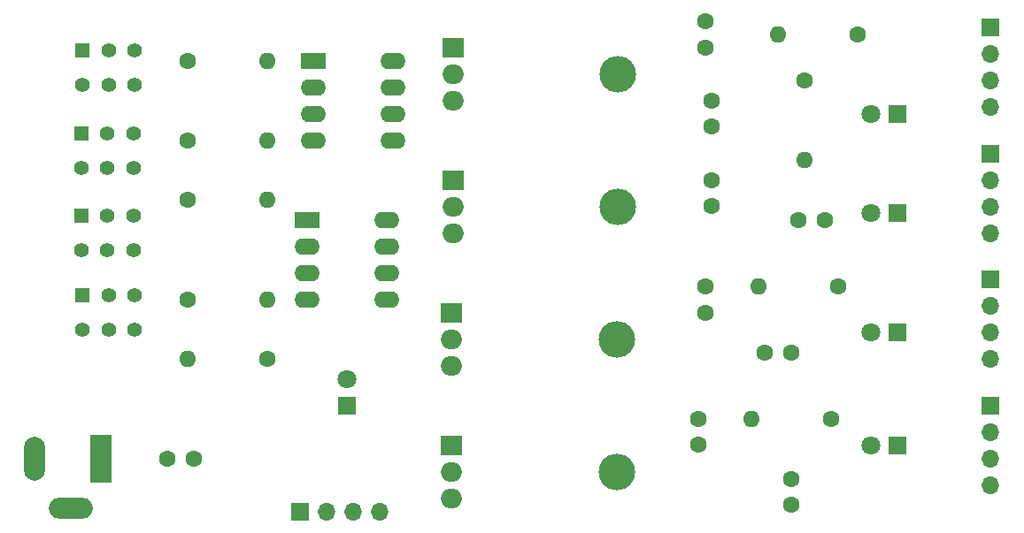
<source format=gbr>
%TF.GenerationSoftware,KiCad,Pcbnew,(6.0.7-1)-1*%
%TF.CreationDate,2022-11-07T13:48:13-05:00*%
%TF.ProjectId,BasicPowerSupply,42617369-6350-46f7-9765-72537570706c,rev?*%
%TF.SameCoordinates,Original*%
%TF.FileFunction,Soldermask,Bot*%
%TF.FilePolarity,Negative*%
%FSLAX46Y46*%
G04 Gerber Fmt 4.6, Leading zero omitted, Abs format (unit mm)*
G04 Created by KiCad (PCBNEW (6.0.7-1)-1) date 2022-11-07 13:48:13*
%MOMM*%
%LPD*%
G01*
G04 APERTURE LIST*
%ADD10C,1.600000*%
%ADD11O,1.600000X1.600000*%
%ADD12O,3.500000X3.500000*%
%ADD13R,2.000000X1.905000*%
%ADD14O,2.000000X1.905000*%
%ADD15R,1.400000X1.400000*%
%ADD16C,1.400000*%
%ADD17R,1.700000X1.700000*%
%ADD18O,1.700000X1.700000*%
%ADD19R,1.800000X1.800000*%
%ADD20C,1.800000*%
%ADD21R,2.000000X4.600000*%
%ADD22O,2.000000X4.200000*%
%ADD23O,4.200000X2.000000*%
%ADD24R,2.400000X1.600000*%
%ADD25O,2.400000X1.600000*%
G04 APERTURE END LIST*
D10*
%TO.C,R7*%
X118110000Y-73025000D03*
D11*
X125730000Y-73025000D03*
%TD*%
D10*
%TO.C,C6*%
X168275000Y-76855000D03*
X168275000Y-79355000D03*
%TD*%
D12*
%TO.C,U2*%
X159150000Y-112395000D03*
D13*
X143350000Y-109855000D03*
D14*
X143350000Y-112395000D03*
X143350000Y-114935000D03*
%TD*%
D15*
%TO.C,SW4*%
X108082500Y-72010000D03*
D16*
X110582500Y-72010000D03*
X113082500Y-72010000D03*
X108082500Y-75310000D03*
X110582500Y-75310000D03*
X113082500Y-75310000D03*
%TD*%
D10*
%TO.C,C5*%
X167005000Y-107315000D03*
X167005000Y-109815000D03*
%TD*%
D17*
%TO.C,J3*%
X194945000Y-106045000D03*
D18*
X194945000Y-108585000D03*
X194945000Y-111125000D03*
X194945000Y-113665000D03*
%TD*%
D19*
%TO.C,LED1*%
X133350000Y-106050000D03*
D20*
X133350000Y-103510000D03*
%TD*%
D12*
%TO.C,U1*%
X159150000Y-99695000D03*
D13*
X143350000Y-97155000D03*
D14*
X143350000Y-99695000D03*
X143350000Y-102235000D03*
%TD*%
D17*
%TO.C,J2*%
X194945000Y-93980000D03*
D18*
X194945000Y-96520000D03*
X194945000Y-99060000D03*
X194945000Y-101600000D03*
%TD*%
D17*
%TO.C,J6*%
X128915000Y-116205000D03*
D18*
X131455000Y-116205000D03*
X133995000Y-116205000D03*
X136535000Y-116205000D03*
%TD*%
D10*
%TO.C,R8*%
X182245000Y-70485000D03*
D11*
X174625000Y-70485000D03*
%TD*%
D10*
%TO.C,R4*%
X180340000Y-94615000D03*
D11*
X172720000Y-94615000D03*
%TD*%
D21*
%TO.C,J1*%
X109805000Y-111125000D03*
D22*
X103505000Y-111125000D03*
D23*
X106905000Y-115925000D03*
%TD*%
D15*
%TO.C,SW3*%
X107950000Y-80010000D03*
D16*
X110450000Y-80010000D03*
X112950000Y-80010000D03*
X107950000Y-83310000D03*
X110450000Y-83310000D03*
X112950000Y-83310000D03*
%TD*%
D10*
%TO.C,C7*%
X176550000Y-88265000D03*
X179050000Y-88265000D03*
%TD*%
D17*
%TO.C,J5*%
X194945000Y-81925000D03*
D18*
X194945000Y-84465000D03*
X194945000Y-87005000D03*
X194945000Y-89545000D03*
%TD*%
D24*
%TO.C,OC1*%
X129525000Y-88275000D03*
D25*
X129525000Y-90815000D03*
X129525000Y-93355000D03*
X129525000Y-95895000D03*
X137145000Y-95895000D03*
X137145000Y-93355000D03*
X137145000Y-90815000D03*
X137145000Y-88275000D03*
%TD*%
D12*
%TO.C,U3*%
X159310000Y-74295000D03*
D13*
X143510000Y-71755000D03*
D14*
X143510000Y-74295000D03*
X143510000Y-76835000D03*
%TD*%
D12*
%TO.C,U4*%
X159310000Y-86995000D03*
D13*
X143510000Y-84455000D03*
D14*
X143510000Y-86995000D03*
X143510000Y-89535000D03*
%TD*%
D10*
%TO.C,C3*%
X175895000Y-115570000D03*
X175895000Y-113070000D03*
%TD*%
D17*
%TO.C,J4*%
X194945000Y-69860000D03*
D18*
X194945000Y-72400000D03*
X194945000Y-74940000D03*
X194945000Y-77480000D03*
%TD*%
D19*
%TO.C,LED4*%
X186055000Y-78105000D03*
D20*
X183515000Y-78105000D03*
%TD*%
D10*
%TO.C,R5*%
X179705000Y-107315000D03*
D11*
X172085000Y-107315000D03*
%TD*%
D10*
%TO.C,R6*%
X118110000Y-80645000D03*
D11*
X125730000Y-80645000D03*
%TD*%
D10*
%TO.C,C2*%
X173355000Y-100965000D03*
X175855000Y-100965000D03*
%TD*%
D15*
%TO.C,SW2*%
X107950000Y-87885000D03*
D16*
X110450000Y-87885000D03*
X112950000Y-87885000D03*
X107950000Y-91185000D03*
X110450000Y-91185000D03*
X112950000Y-91185000D03*
%TD*%
D10*
%TO.C,C1*%
X116205000Y-111145000D03*
X118705000Y-111145000D03*
%TD*%
%TO.C,C8*%
X167640000Y-71755000D03*
X167640000Y-69255000D03*
%TD*%
D19*
%TO.C,LED2*%
X186055000Y-99060000D03*
D20*
X183515000Y-99060000D03*
%TD*%
D10*
%TO.C,R3*%
X118110000Y-86360000D03*
D11*
X125730000Y-86360000D03*
%TD*%
D19*
%TO.C,LED5*%
X186060000Y-87630000D03*
D20*
X183520000Y-87630000D03*
%TD*%
D10*
%TO.C,C4*%
X167640000Y-97155000D03*
X167640000Y-94655000D03*
%TD*%
D19*
%TO.C,LED3*%
X186055000Y-109855000D03*
D20*
X183515000Y-109855000D03*
%TD*%
D15*
%TO.C,SW1*%
X108082500Y-95505000D03*
D16*
X110582500Y-95505000D03*
X113082500Y-95505000D03*
X108082500Y-98805000D03*
X110582500Y-98805000D03*
X113082500Y-98805000D03*
%TD*%
D10*
%TO.C,C9*%
X168275000Y-84475000D03*
X168275000Y-86975000D03*
%TD*%
%TO.C,R9*%
X177165000Y-74930000D03*
D11*
X177165000Y-82550000D03*
%TD*%
D10*
%TO.C,R2*%
X118110000Y-95885000D03*
D11*
X125730000Y-95885000D03*
%TD*%
D10*
%TO.C,R1*%
X125730000Y-101600000D03*
D11*
X118110000Y-101600000D03*
%TD*%
D24*
%TO.C,OC2*%
X130160000Y-73035000D03*
D25*
X130160000Y-75575000D03*
X130160000Y-78115000D03*
X130160000Y-80655000D03*
X137780000Y-80655000D03*
X137780000Y-78115000D03*
X137780000Y-75575000D03*
X137780000Y-73035000D03*
%TD*%
M02*

</source>
